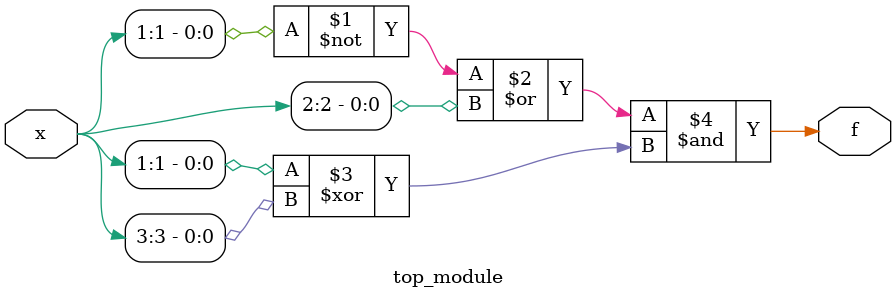
<source format=v>
module top_module (
    input [4:1] x, 
    output f );
    assign f=(~x[1]|x[2])&(x[1]^x[3]);
endmodule

</source>
